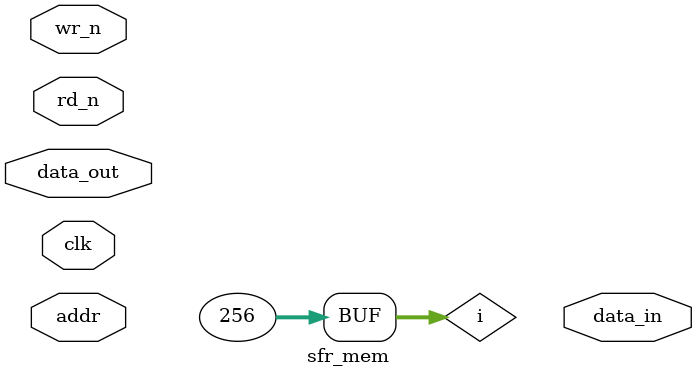
<source format=v>
`timescale 1ns / 10ps
module  sfr_mem(        clk, 
                        addr,     
                        data_in,
                        data_out,
                        wr_n,       
                        rd_n) ; 
input           clk;                        
input   [7:0]   addr;         
input   [7:0]   data_out;     
output  [7:0]   data_in;  
input           wr_n;
input           rd_n;   
reg     [7:0]   mem [255:0];
integer   i;
initial
  begin
  for (i=0;i<=255;i=i+1)
    mem[i] = 0;
  end
  
//assign data_out = rd_n ? 8'hxx : mem[addr];
assign data_out = mem[addr];

always @(clk)  
  begin
  if(!wr_n)     
    mem[addr] <=#1 data_in;       
  end  
  
endmodule      

</source>
